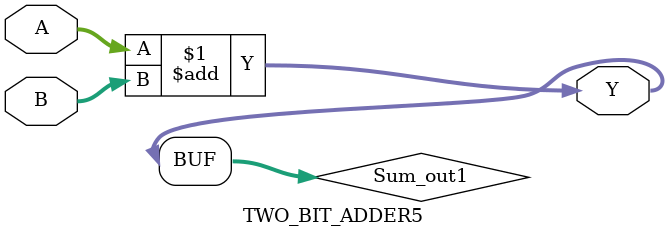
<source format=v>



`timescale 1 ns / 1 ns

module TWO_BIT_ADDER5
          (A,
           B,
           Y);


  input   [7:0] A;  // uint8
  input   [7:0] B;  // uint8
  output  [7:0] Y;  // uint8


  wire [7:0] Sum_out1;  // uint8


  assign Sum_out1 = A + B;



  assign Y = Sum_out1;

endmodule  // TWO_BIT_ADDER5


</source>
